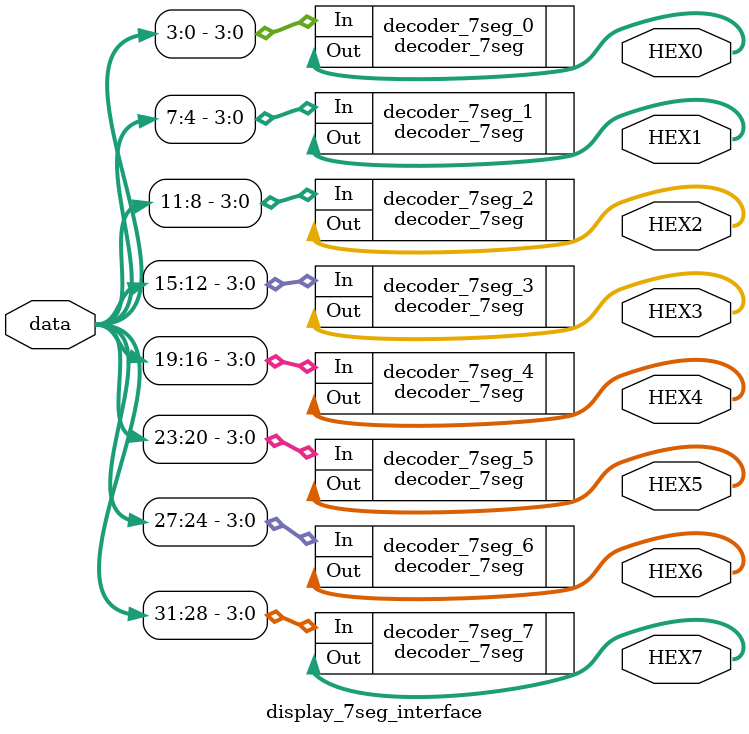
<source format=v>


module display_7seg_interface (
    input [31:0] data,

    // Displays de 7 Segmentos
    output [6:0] HEX0,
    output [6:0] HEX1,
    output [6:0] HEX2,
    output [6:0] HEX3,
    output [6:0] HEX4,
    output [6:0] HEX5,
    output [6:0] HEX6,
    output [6:0] HEX7

    // Pontos dos displays não são habilitados na DE2-115
    // output HEX0_DP,
    // output HEX1_DP,
    // output HEX2_DP,
    // output HEX3_DP,
    // output HEX4_DP,
    // output HEX5_DP,
    // output HEX6_DP,
    // output HEX7_DP
);

    // assign HEX0_DP=1'b1;
    // assign HEX1_DP=1'b1;
    // assign HEX2_DP=1'b1;
    // assign HEX3_DP=1'b1;
    // assign HEX4_DP=1'b1;
    // assign HEX5_DP=1'b1;
    // assign HEX6_DP=1'b1;
    // assign HEX7_DP=1'b1;

    decoder_7seg decoder_7seg_0 (
        .In(data[3:0]),
        .Out(HEX0)
    );

    decoder_7seg decoder_7seg_1 (
        .In(data[7:4]),
        .Out(HEX1)
    );

    decoder_7seg decoder_7seg_2 (
        .In(data[11:8]),
        .Out(HEX2)
    );

    decoder_7seg decoder_7seg_3 (
        .In(data[15:12]),
        .Out(HEX3)
    );

    decoder_7seg decoder_7seg_4 (
        .In(data[19:16]),
        .Out(HEX4)
    );

    decoder_7seg decoder_7seg_5 (
        .In(data[23:20]),
        .Out(HEX5)
    );

    decoder_7seg decoder_7seg_6 (
        .In(data[27:24]),
        .Out(HEX6)
    );

    decoder_7seg decoder_7seg_7 (
        .In(data[31:28]),
        .Out(HEX7)
    );

endmodule

</source>
